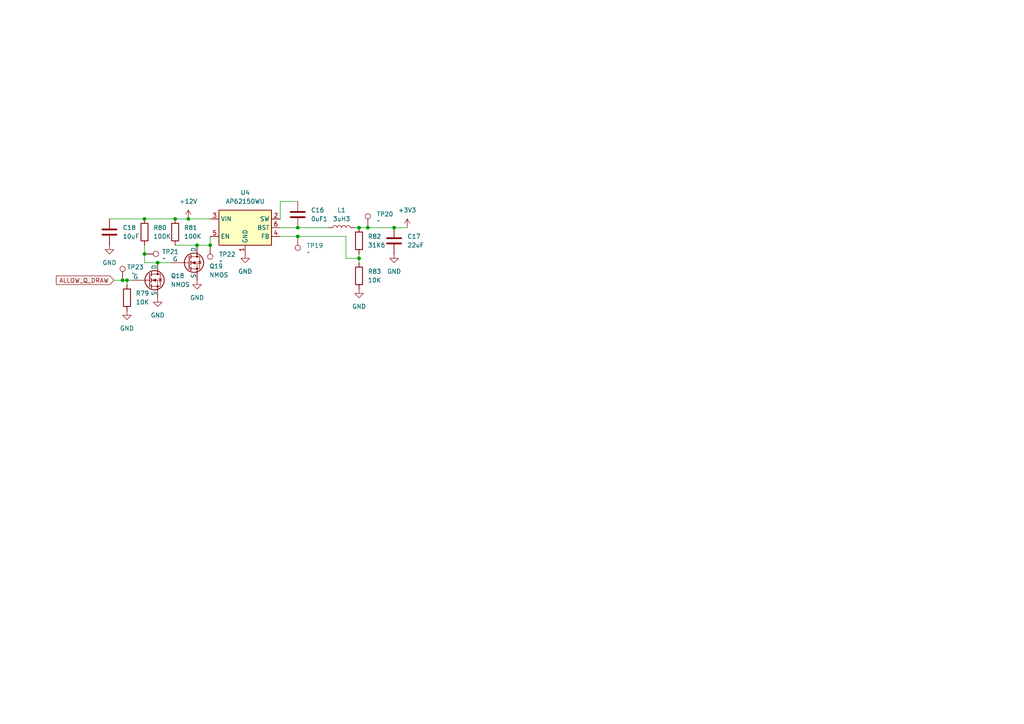
<source format=kicad_sch>
(kicad_sch (version 20250114) (generator "eeschema") (generator_version "9.0")
  (paper "A4")
  (lib_symbols
    (symbol "Connector:TestPoint" (pin_numbers (hide yes)) (pin_names (offset 0.762) (hide yes))
      (property "Reference" "TP" (at 0 6.858 0))
      (property "Value" "TestPoint" (at 0 5.08 0))
      (symbol "TestPoint_0_1"
        (circle (center 0 3.302) (radius 0.762))
      )
      (symbol "TestPoint_1_1"
        (pin passive line (at 0 0 90) (length 2.54) (name "1") (number "1"))
      )
    )
    (symbol "Device:C" (pin_numbers (hide yes)) (pin_names (offset 0.254))
      (property "Reference" "C" (at 0.635 2.54 0))
      (property "Value" "C" (at 0.635 -2.54 0))
      (symbol "C_0_1"
        (polyline (pts (xy -2.032 0.762) (xy 2.032 0.762)) (stroke (width 0.508)))
        (polyline (pts (xy -2.032 -0.762) (xy 2.032 -0.762)) (stroke (width 0.508)))
      )
      (symbol "C_1_1"
        (pin passive line (at 0 3.81 270) (length 2.794) (name "~") (number "1"))
        (pin passive line (at 0 -3.81 90) (length 2.794) (name "~") (number "2"))
      )
    )
    (symbol "Device:L" (pin_numbers (hide yes)) (pin_names (offset 1.016) (hide yes))
      (property "Reference" "L" (at -1.27 0 90))
      (property "Value" "L" (at 1.905 0 90))
      (symbol "L_0_1"
        (arc (start 0 2.54) (mid 0.6323 1.905) (end 0 1.27))
        (arc (start 0 1.27) (mid 0.6323 0.635) (end 0 0))
        (arc (start 0 0) (mid 0.6323 -0.635) (end 0 -1.27))
        (arc (start 0 -1.27) (mid 0.6323 -1.905) (end 0 -2.54))
      )
      (symbol "L_1_1"
        (pin passive line (at 0 3.81 270) (length 1.27) (name "1") (number "1"))
        (pin passive line (at 0 -3.81 90) (length 1.27) (name "2") (number "2"))
      )
    )
    (symbol "Device:R" (pin_numbers (hide yes)) (pin_names (offset 0))
      (property "Reference" "R" (at 2.032 0 90))
      (property "Value" "R" (at 0 0 90))
      (symbol "R_0_1"
        (rectangle (start -1.016 -2.54) (end 1.016 2.54) (stroke (width 0.254)))
      )
      (symbol "R_1_1"
        (pin passive line (at 0 3.81 270) (length 1.27) (name "~") (number "1"))
        (pin passive line (at 0 -3.81 90) (length 1.27) (name "~") (number "2"))
      )
    )
    (symbol "Regulator_Switching:AP62150WU"
      (property "Reference" "U" (at -7.62 6.35 0))
      (property "Value" "AP62150WU" (at 6.35 -6.35 0))
      (symbol "AP62150WU_0_1"
        (rectangle (start -7.62 5.08) (end 7.62 -5.08) (stroke (width 0.254)) (fill (type background)))
      )
      (symbol "AP62150WU_1_1"
        (pin power_in line (at -10.16 2.54 0) (length 2.54) (name "VIN") (number "3"))
        (pin passive line (at -10.16 -2.54 0) (length 2.54) (name "EN") (number "5"))
        (pin power_in line (at 0 -7.62 90) (length 2.54) (name "GND") (number "1"))
        (pin output line (at 10.16 2.54 180) (length 2.54) (name "SW") (number "2"))
        (pin passive line (at 10.16 0 180) (length 2.54) (name "BST") (number "6"))
        (pin input line (at 10.16 -2.54 180) (length 2.54) (name "FB") (number "4"))
      )
    )
    (symbol "Simulation_SPICE:NMOS" (pin_numbers (hide yes)) (pin_names (offset 0))
      (property "Reference" "Q" (at 5.08 1.27 0))
      (property "Value" "NMOS" (at 5.08 -1.27 0))
      (symbol "NMOS_0_1"
        (polyline (pts (xy 0.254 1.905) (xy 0.254 -1.905)) (stroke (width 0.254)))
        (polyline (pts (xy 0.254 0) (xy -2.54 0)))
        (polyline (pts (xy 0.762 2.286) (xy 0.762 1.27)) (stroke (width 0.254)))
        (polyline (pts (xy 0.762 0.508) (xy 0.762 -0.508)) (stroke (width 0.254)))
        (polyline (pts (xy 0.762 -1.27) (xy 0.762 -2.286)) (stroke (width 0.254)))
        (polyline (pts (xy 0.762 -1.778) (xy 3.302 -1.778) (xy 3.302 1.778) (xy 0.762 1.778)))
        (polyline (pts (xy 1.016 0) (xy 2.032 0.381) (xy 2.032 -0.381) (xy 1.016 0)) (fill (type outline)))
        (circle (center 1.651 0) (radius 2.794) (stroke (width 0.254)))
        (polyline (pts (xy 2.54 2.54) (xy 2.54 1.778)))
        (circle (center 2.54 1.778) (radius 0.254) (fill (type outline)))
        (circle (center 2.54 -1.778) (radius 0.254) (fill (type outline)))
        (polyline (pts (xy 2.54 -2.54) (xy 2.54 0) (xy 0.762 0)))
        (polyline (pts (xy 2.794 0.508) (xy 2.921 0.381) (xy 3.683 0.381) (xy 3.81 0.254)))
        (polyline (pts (xy 3.302 0.381) (xy 2.921 -0.254) (xy 3.683 -0.254) (xy 3.302 0.381)))
      )
      (symbol "NMOS_1_1"
        (pin input line (at -5.08 0 0) (length 2.54) (name "G") (number "2"))
        (pin passive line (at 2.54 5.08 270) (length 2.54) (name "D") (number "1"))
        (pin passive line (at 2.54 -5.08 90) (length 2.54) (name "S") (number "3"))
      )
    )
    (symbol "power:+12V" (power) (pin_numbers (hide yes)) (pin_names (offset 0) (hide yes))
      (property "Value" "+12V" (at 0 3.556 0))
      (symbol "+12V_0_1"
        (polyline (pts (xy -0.762 1.27) (xy 0 2.54)))
        (polyline (pts (xy 0 2.54) (xy 0.762 1.27)))
        (polyline (pts (xy 0 0) (xy 0 2.54)))
      )
      (symbol "+12V_1_1"
        (pin power_in line (at 0 0 90) (length 0) (name "~") (number "1"))
      )
    )
    (symbol "power:+3V3" (power) (pin_numbers (hide yes)) (pin_names (offset 0) (hide yes))
      (property "Value" "+3V3" (at 0 3.556 0))
      (symbol "+3V3_0_1"
        (polyline (pts (xy -0.762 1.27) (xy 0 2.54)))
        (polyline (pts (xy 0 2.54) (xy 0.762 1.27)))
        (polyline (pts (xy 0 0) (xy 0 2.54)))
      )
      (symbol "+3V3_1_1"
        (pin power_in line (at 0 0 90) (length 0) (name "~") (number "1"))
      )
    )
    (symbol "power:GND" (power) (pin_numbers (hide yes)) (pin_names (offset 0) (hide yes))
      (property "Value" "GND" (at 0 -3.81 0))
      (symbol "GND_0_1"
        (polyline (pts (xy 0 0) (xy 0 -1.27) (xy 1.27 -1.27) (xy 0 -2.54) (xy -1.27 -1.27) (xy 0 -1.27)))
      )
      (symbol "GND_1_1"
        (pin power_in line (at 0 0 270) (length 0) (name "~") (number "1"))
      )
    )
  )
  (junction (at 45.72 76.2))
  (junction (at 57.15 71.12))
  (junction (at 36.83 81.28))
  (junction (at 114.3 66.04))
  (junction (at 106.68 66.04))
  (junction (at 86.36 66.04))
  (junction (at 50.8 63.5))
  (junction (at 104.14 74.93))
  (junction (at 86.36 68.58))
  (junction (at 54.61 63.5))
  (junction (at 41.91 63.5))
  (junction (at 60.96 71.12))
  (junction (at 104.14 66.04))
  (junction (at 35.56 81.28))
  (junction (at 41.91 73.66))
  (wire (pts (xy 41.91 63.5) (xy 50.8 63.5)))
  (wire (pts (xy 41.91 76.2) (xy 45.72 76.2)))
  (wire (pts (xy 54.61 63.5) (xy 60.96 63.5)))
  (wire (pts (xy 41.91 71.12) (xy 41.91 73.66)))
  (wire (pts (xy 118.11 66.04) (xy 114.3 66.04)))
  (wire (pts (xy 57.15 71.12) (xy 60.96 71.12)))
  (wire (pts (xy 106.68 66.04) (xy 114.3 66.04)))
  (wire (pts (xy 35.56 81.28) (xy 36.83 81.28)))
  (wire (pts (xy 104.14 73.66) (xy 104.14 74.93)))
  (wire (pts (xy 104.14 74.93) (xy 104.14 76.2)))
  (wire (pts (xy 41.91 73.66) (xy 41.91 76.2)))
  (wire (pts (xy 50.8 63.5) (xy 54.61 63.5)))
  (wire (pts (xy 81.28 63.5) (xy 81.28 58.42)))
  (wire (pts (xy 81.28 58.42) (xy 86.36 58.42)))
  (wire (pts (xy 81.28 66.04) (xy 86.36 66.04)))
  (wire (pts (xy 33.02 81.28) (xy 35.56 81.28)))
  (wire (pts (xy 81.28 68.58) (xy 86.36 68.58)))
  (wire (pts (xy 100.33 74.93) (xy 104.14 74.93)))
  (wire (pts (xy 36.83 81.28) (xy 36.83 82.55)))
  (wire (pts (xy 86.36 66.04) (xy 95.25 66.04)))
  (wire (pts (xy 102.87 66.04) (xy 104.14 66.04)))
  (wire (pts (xy 45.72 76.2) (xy 49.53 76.2)))
  (wire (pts (xy 50.8 71.12) (xy 57.15 71.12)))
  (wire (pts (xy 36.83 81.28) (xy 38.1 81.28)))
  (wire (pts (xy 60.96 71.12) (xy 60.96 68.58)))
  (wire (pts (xy 104.14 66.04) (xy 106.68 66.04)))
  (wire (pts (xy 100.33 68.58) (xy 100.33 74.93)))
  (wire (pts (xy 31.75 63.5) (xy 41.91 63.5)))
  (wire (pts (xy 86.36 68.58) (xy 100.33 68.58)))
  (global_label "ALLOW_Q_DRAW" (shape input) (at 33.02 81.28 180) (property "Intersheetrefs" "${INTERSHEET_REFS}" (effects (hide yes))))
  (symbol (lib_id "power:+3V3") (at 118.11 66.04 0) (unit 1)
    (property "Reference" "#PWR088" (effects (hide yes)))
    (property "Value" "+3V3" (at 118.11 60.96 0))
    (property "Description" "Power symbol creates a global label with name \"+3V3\"" (effects (hide yes)))
  )
  (symbol (lib_id "Device:L") (at 99.06 66.04 90) (unit 1)
    (property "Reference" "L1" (at 99.06 60.96 90))
    (property "Value" "3uH3" (at 99.06 63.5 90))
    (property "Description" "Inductor" (effects (hide yes)))
  )
  (symbol (lib_id "Device:R") (at 104.14 69.85 0) (unit 1)
    (property "Reference" "R82" (at 106.68 68.5799 0) (effects (justify left)))
    (property "Value" "31K6" (at 106.68 71.1199 0) (effects (justify left)))
    (property "Description" "Resistor" (effects (hide yes)))
  )
  (symbol (lib_id "Connector:TestPoint") (at 86.36 68.58 180) (unit 1)
    (property "Reference" "TP19" (at 88.9 71.2469 0) (effects (justify right)))
    (property "Value" "~" (at 88.9 73.152 0) (effects (justify right)))
    (property "Description" "test point" (effects (hide yes)))
  )
  (symbol (lib_id "Connector:TestPoint") (at 60.96 71.12 180) (unit 1)
    (property "Reference" "TP22" (at 63.5 73.7869 0) (effects (justify right)))
    (property "Value" "~" (at 63.5 75.692 0) (effects (justify right)))
    (property "Description" "test point" (effects (hide yes)))
  )
  (symbol (lib_id "Connector:TestPoint") (at 106.68 66.04 0) (unit 1)
    (property "Reference" "TP20" (at 109.22 62.1029 0) (effects (justify left)))
    (property "Value" "~" (at 109.22 64.008 0) (effects (justify left)))
    (property "Description" "test point" (effects (hide yes)))
  )
  (symbol (lib_id "power:GND") (at 104.14 83.82 0) (unit 1)
    (property "Reference" "#PWR085" (effects (hide yes)))
    (property "Value" "GND" (at 104.14 88.9 0))
    (property "Description" "Power symbol creates a global label with name \"GND\" , ground" (effects (hide yes)))
  )
  (symbol (lib_id "power:GND") (at 71.12 73.66 0) (unit 1)
    (property "Reference" "#PWR084" (effects (hide yes)))
    (property "Value" "GND" (at 71.12 78.74 0))
    (property "Description" "Power symbol creates a global label with name \"GND\" , ground" (effects (hide yes)))
  )
  (symbol (lib_id "Regulator_Switching:AP62150WU") (at 71.12 66.04 0) (unit 1)
    (property "Reference" "U4" (at 71.12 55.88 0))
    (property "Value" "AP62150WU" (at 71.12 58.42 0))
    (property "Footprint" "Package_TO_SOT_SMD:TSOT-23-6" (effects (hide yes)))
    (property "Datasheet" "https://www.diodes.com/assets/Datasheets/AP62150.pdf" (effects (hide yes)))
    (property "Description" "1.5A, 1.3MHz Buck DC/DC Converter, 4.2V-18V input voltage, 0.8V-7V adjustable output voltage, TSOT-23-6" (effects (hide yes)))
  )
  (symbol (lib_id "Device:C") (at 114.3 69.85 0) (unit 1)
    (property "Reference" "C17" (at 118.11 68.5799 0) (effects (justify left)))
    (property "Value" "22uF" (at 118.11 71.1199 0) (effects (justify left)))
    (property "Description" "Unpolarized capacitor" (effects (hide yes)))
  )
  (symbol (lib_id "Device:C") (at 31.75 67.31 0) (unit 1)
    (property "Reference" "C18" (at 35.56 66.0399 0) (effects (justify left)))
    (property "Value" "10uF" (at 35.56 68.5799 0) (effects (justify left)))
    (property "Description" "Unpolarized capacitor" (effects (hide yes)))
  )
  (symbol (lib_id "Device:R") (at 50.8 67.31 180) (unit 1)
    (property "Reference" "R81" (at 53.34 66.0399 0) (effects (justify right)))
    (property "Value" "100K" (at 53.34 68.5799 0) (effects (justify right)))
    (property "Description" "Resistor" (effects (hide yes)))
  )
  (symbol (lib_id "power:GND") (at 31.75 71.12 0) (unit 1)
    (property "Reference" "#PWR087" (effects (hide yes)))
    (property "Value" "GND" (at 31.75 76.2 0))
    (property "Description" "Power symbol creates a global label with name \"GND\" , ground" (effects (hide yes)))
  )
  (symbol (lib_id "Device:R") (at 36.83 86.36 0) (unit 1)
    (property "Reference" "R79" (at 39.37 85.0899 0) (effects (justify left)))
    (property "Value" "10K" (at 39.37 87.6299 0) (effects (justify left)))
    (property "Description" "Resistor" (effects (hide yes)))
  )
  (symbol (lib_id "Device:R") (at 41.91 67.31 180) (unit 1)
    (property "Reference" "R80" (at 44.45 66.0399 0) (effects (justify right)))
    (property "Value" "100K" (at 44.45 68.5799 0) (effects (justify right)))
    (property "Description" "Resistor" (effects (hide yes)))
  )
  (symbol (lib_id "Device:R") (at 104.14 80.01 0) (unit 1)
    (property "Reference" "R83" (at 106.68 78.7399 0) (effects (justify left)))
    (property "Value" "10K" (at 106.68 81.2799 0) (effects (justify left)))
    (property "Description" "Resistor" (effects (hide yes)))
  )
  (symbol (lib_id "Device:C") (at 86.36 62.23 0) (unit 1)
    (property "Reference" "C16" (at 90.17 60.9599 0) (effects (justify left)))
    (property "Value" "0uF1" (at 90.17 63.4999 0) (effects (justify left)))
    (property "Description" "Unpolarized capacitor" (effects (hide yes)))
  )
  (symbol (lib_id "Connector:TestPoint") (at 35.56 81.28 0) (unit 1)
    (property "Reference" "TP23" (at 36.83 77.47 0) (effects (justify left)))
    (property "Value" "~" (at 38.1 79.248 0) (effects (justify left)))
    (property "Description" "test point" (effects (hide yes)))
  )
  (symbol (lib_id "power:GND") (at 45.72 86.36 0) (unit 1)
    (property "Reference" "#PWR081" (effects (hide yes)))
    (property "Value" "GND" (at 45.72 91.44 0))
    (property "Description" "Power symbol creates a global label with name \"GND\" , ground" (effects (hide yes)))
  )
  (symbol (lib_id "Simulation_SPICE:NMOS") (at 54.61 76.2 0) (unit 1)
    (property "Reference" "Q19" (at 60.706 77.216 0) (effects (justify left)))
    (property "Value" "NMOS" (at 60.706 79.756 0) (effects (justify left)))
    (property "Datasheet" "https://ngspice.sourceforge.io/docs/ngspice-html-manual/manual.xhtml#cha_MOSFETs" (effects (hide yes)))
    (property "Description" "N-MOSFET transistor, drain/source/gate" (effects (hide yes)))
    (property "Sim.Device" "NMOS" (effects (hide yes)))
    (property "Sim.Type" "VDMOS" (effects (hide yes)))
    (property "Sim.Pins" "1=D 2=G 3=S" (effects (hide yes)))
  )
  (symbol (lib_id "Simulation_SPICE:NMOS") (at 43.18 81.28 0) (unit 1)
    (property "Reference" "Q18" (at 49.53 80.0099 0) (effects (justify left)))
    (property "Value" "NMOS" (at 49.53 82.5499 0) (effects (justify left)))
    (property "Datasheet" "https://ngspice.sourceforge.io/docs/ngspice-html-manual/manual.xhtml#cha_MOSFETs" (effects (hide yes)))
    (property "Description" "N-MOSFET transistor, drain/source/gate" (effects (hide yes)))
    (property "Sim.Device" "NMOS" (effects (hide yes)))
    (property "Sim.Type" "VDMOS" (effects (hide yes)))
    (property "Sim.Pins" "1=D 2=G 3=S" (effects (hide yes)))
  )
  (symbol (lib_id "power:+12V") (at 54.61 63.5 0) (unit 1)
    (property "Reference" "#PWR080" (effects (hide yes)))
    (property "Value" "+12V" (at 54.61 58.42 0))
    (property "Description" "Power symbol creates a global label with name \"+12V\"" (effects (hide yes)))
  )
  (symbol (lib_id "power:GND") (at 36.83 90.17 0) (unit 1)
    (property "Reference" "#PWR083" (effects (hide yes)))
    (property "Value" "GND" (at 36.83 95.25 0))
    (property "Description" "Power symbol creates a global label with name \"GND\" , ground" (effects (hide yes)))
  )
  (symbol (lib_id "power:GND") (at 57.15 81.28 0) (unit 1)
    (property "Reference" "#PWR082" (effects (hide yes)))
    (property "Value" "GND" (at 57.15 86.36 0))
    (property "Description" "Power symbol creates a global label with name \"GND\" , ground" (effects (hide yes)))
  )
  (symbol (lib_id "power:GND") (at 114.3 73.66 0) (unit 1)
    (property "Reference" "#PWR086" (effects (hide yes)))
    (property "Value" "GND" (at 114.3 78.74 0))
    (property "Description" "Power symbol creates a global label with name \"GND\" , ground" (effects (hide yes)))
  )
  (symbol (lib_id "Connector:TestPoint") (at 41.91 73.66 270) (unit 1)
    (property "Reference" "TP21" (at 46.99 73.0249 90) (effects (justify left)))
    (property "Value" "~" (at 46.99 74.93 90) (effects (justify left)))
    (property "Description" "test point" (effects (hide yes)))
  )
)
</source>
